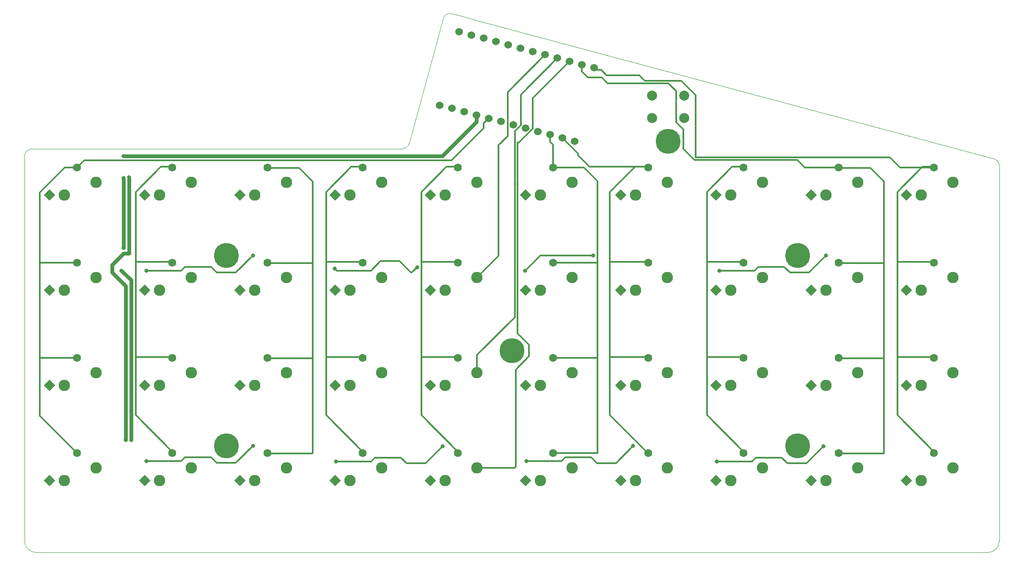
<source format=gtl>
G04 #@! TF.GenerationSoftware,KiCad,Pcbnew,6.0.7-f9a2dced07~116~ubuntu20.04.1*
G04 #@! TF.CreationDate,2022-09-22T19:19:26+08:00*
G04 #@! TF.ProjectId,V4,56342e6b-6963-4616-945f-706362585858,rev?*
G04 #@! TF.SameCoordinates,Original*
G04 #@! TF.FileFunction,Copper,L1,Top*
G04 #@! TF.FilePolarity,Positive*
%FSLAX46Y46*%
G04 Gerber Fmt 4.6, Leading zero omitted, Abs format (unit mm)*
G04 Created by KiCad (PCBNEW 6.0.7-f9a2dced07~116~ubuntu20.04.1) date 2022-09-22 19:19:26*
%MOMM*%
%LPD*%
G01*
G04 APERTURE LIST*
G04 Aperture macros list*
%AMRotRect*
0 Rectangle, with rotation*
0 The origin of the aperture is its center*
0 $1 length*
0 $2 width*
0 $3 Rotation angle, in degrees counterclockwise*
0 Add horizontal line*
21,1,$1,$2,0,0,$3*%
G04 Aperture macros list end*
G04 #@! TA.AperFunction,Profile*
%ADD10C,0.050000*%
G04 #@! TD*
G04 #@! TA.AperFunction,ComponentPad*
%ADD11C,2.286000*%
G04 #@! TD*
G04 #@! TA.AperFunction,WasherPad*
%ADD12C,5.000000*%
G04 #@! TD*
G04 #@! TA.AperFunction,ComponentPad*
%ADD13C,2.000000*%
G04 #@! TD*
G04 #@! TA.AperFunction,ComponentPad*
%ADD14RotRect,1.600000X1.600000X45.000000*%
G04 #@! TD*
G04 #@! TA.AperFunction,ComponentPad*
%ADD15C,1.600000*%
G04 #@! TD*
G04 #@! TA.AperFunction,ComponentPad*
%ADD16C,1.524000*%
G04 #@! TD*
G04 #@! TA.AperFunction,ViaPad*
%ADD17C,0.800000*%
G04 #@! TD*
G04 #@! TA.AperFunction,Conductor*
%ADD18C,0.300000*%
G04 #@! TD*
G04 #@! TA.AperFunction,Conductor*
%ADD19C,0.800000*%
G04 #@! TD*
G04 APERTURE END LIST*
D10*
X59436000Y-154686000D02*
X59436000Y-78486000D01*
X59436000Y-154686000D02*
G75*
G03*
X61722000Y-156972000I2286000J0D01*
G01*
X134962250Y-76200000D02*
X131178300Y-76200000D01*
X134962250Y-76200047D02*
G75*
G03*
X136434319Y-75070441I-50J1524047D01*
G01*
X60960000Y-76200000D02*
G75*
G03*
X59436000Y-77724000I0J-1524000D01*
G01*
X61722000Y-76200000D02*
X131178300Y-76200000D01*
X61722000Y-76200000D02*
X60960000Y-76200000D01*
X252222000Y-156972000D02*
X61722000Y-156972000D01*
X254507993Y-79667100D02*
G75*
G03*
X253365350Y-78179844I-1523993J11700D01*
G01*
X252222000Y-156972000D02*
G75*
G03*
X254508000Y-154686000I0J2286000D01*
G01*
X59436000Y-77724000D02*
X59436000Y-78486000D01*
X145016441Y-49147744D02*
X151738470Y-50953142D01*
X145016443Y-49147735D02*
G75*
G03*
X143149931Y-50225373I-394443J-1472065D01*
G01*
X254507999Y-79667100D02*
X254508000Y-154686000D01*
X151738470Y-50953142D02*
X253365350Y-78179844D01*
X143149931Y-50225373D02*
X136434319Y-75070441D01*
D11*
X226187000Y-140081000D03*
X219837000Y-142621000D03*
X226187001Y-101981000D03*
X219837001Y-104521000D03*
X149987000Y-101981000D03*
X143637000Y-104521000D03*
X245237000Y-140081000D03*
X238887000Y-142621000D03*
X130937000Y-82931000D03*
X124587000Y-85471000D03*
X130937000Y-121031000D03*
X124587000Y-123571000D03*
D12*
X188214000Y-74676000D03*
D11*
X130937000Y-140081000D03*
X124587000Y-142621000D03*
X188087000Y-82931000D03*
X181737000Y-85471000D03*
X188087000Y-101981000D03*
X181737000Y-104521000D03*
X207137000Y-82931000D03*
X200787000Y-85471000D03*
X149987000Y-121031000D03*
X143637000Y-123571000D03*
X111887001Y-101981000D03*
X105537001Y-104521000D03*
X245237000Y-121031000D03*
X238887000Y-123571000D03*
X92837000Y-121031001D03*
X86487000Y-123571001D03*
X111887000Y-140081000D03*
X105537000Y-142621000D03*
X111887000Y-82931000D03*
X105537000Y-85471000D03*
X92837000Y-140081000D03*
X86487000Y-142621000D03*
D12*
X214122000Y-97536000D03*
D11*
X245237000Y-82931000D03*
X238887000Y-85471000D03*
X169037000Y-121031000D03*
X162687000Y-123571000D03*
X149987000Y-82931000D03*
X143637000Y-85471000D03*
X149987000Y-140081000D03*
X143637000Y-142621000D03*
X92836999Y-101981000D03*
X86486999Y-104521000D03*
D12*
X214122000Y-135636000D03*
D11*
X169037000Y-140081000D03*
X162687000Y-142621000D03*
X188087000Y-140081000D03*
X181737000Y-142621000D03*
X130937000Y-101981000D03*
X124587000Y-104521000D03*
X92837000Y-82931000D03*
X86487000Y-85471000D03*
X207137000Y-140081000D03*
X200787000Y-142621000D03*
X245237000Y-101981000D03*
X238887000Y-104521000D03*
X169037000Y-101981000D03*
X162687000Y-104521000D03*
X169037000Y-82931000D03*
X162687000Y-85471000D03*
X207137000Y-121031001D03*
X200787000Y-123571001D03*
X111887000Y-121031001D03*
X105537000Y-123571001D03*
X226187000Y-121031001D03*
X219837000Y-123571001D03*
D12*
X156972000Y-116586000D03*
D11*
X73787000Y-140081000D03*
X67437000Y-142621000D03*
X226187000Y-82931000D03*
X219837000Y-85471000D03*
X73787000Y-82931000D03*
X67437000Y-85471000D03*
X207136999Y-101981000D03*
X200786999Y-104521000D03*
D12*
X99822000Y-97536000D03*
D11*
X188087000Y-121031000D03*
X181737000Y-123571000D03*
X73787000Y-121031000D03*
X67437000Y-123571000D03*
X73787000Y-101981000D03*
X67437000Y-104521000D03*
D13*
X184964000Y-70068000D03*
X191464000Y-70068000D03*
X184964000Y-65568000D03*
X191464000Y-65568000D03*
D12*
X99822000Y-135636000D03*
D14*
X159649284Y-104498716D03*
D15*
X165164716Y-98983284D03*
D14*
X235849284Y-85448715D03*
D15*
X241364716Y-79933283D03*
D14*
X197749284Y-123548715D03*
D15*
X203264716Y-118033283D03*
D14*
X64399284Y-123548715D03*
D15*
X69914716Y-118033283D03*
D14*
X159649283Y-85448715D03*
D15*
X165164715Y-79933283D03*
D14*
X64399284Y-104498716D03*
D15*
X69914716Y-98983284D03*
D14*
X216799284Y-104498715D03*
D15*
X222314716Y-98983283D03*
D14*
X140599284Y-104498715D03*
D15*
X146114716Y-98983283D03*
D14*
X235849284Y-104498715D03*
D15*
X241364716Y-98983283D03*
D14*
X121549284Y-123548715D03*
D15*
X127064716Y-118033283D03*
D14*
X83449285Y-85448715D03*
D15*
X88964717Y-79933283D03*
D14*
X178699284Y-104498716D03*
D15*
X184214716Y-98983284D03*
D14*
X121549284Y-85448715D03*
D15*
X127064716Y-79933283D03*
D14*
X102499284Y-85448715D03*
D15*
X108014716Y-79933283D03*
D14*
X102499284Y-104498715D03*
D15*
X108014716Y-98983283D03*
D14*
X121549284Y-104498715D03*
D15*
X127064716Y-98983283D03*
D14*
X235849284Y-142598716D03*
D15*
X241364716Y-137083284D03*
D14*
X83449284Y-104498716D03*
D15*
X88964716Y-98983284D03*
D14*
X216799283Y-123548715D03*
D15*
X222314715Y-118033283D03*
D14*
X197749284Y-104498716D03*
D15*
X203264716Y-98983284D03*
D14*
X121549284Y-142598716D03*
D15*
X127064716Y-137083284D03*
D14*
X197749284Y-142598715D03*
D15*
X203264716Y-137083283D03*
D14*
X83449284Y-123548715D03*
D15*
X88964716Y-118033283D03*
D14*
X159649284Y-123548715D03*
D15*
X165164716Y-118033283D03*
D14*
X102499284Y-142598715D03*
D15*
X108014716Y-137083283D03*
D14*
X235849284Y-123548715D03*
D15*
X241364716Y-118033283D03*
D14*
X216799284Y-85448715D03*
D15*
X222314716Y-79933283D03*
D14*
X159649284Y-142598715D03*
D15*
X165164716Y-137083283D03*
D14*
X140599284Y-123548715D03*
D15*
X146114716Y-118033283D03*
D14*
X216799283Y-142598715D03*
D15*
X222314715Y-137083283D03*
D14*
X102499284Y-123548715D03*
D15*
X108014716Y-118033283D03*
D14*
X178699284Y-142598715D03*
D15*
X184214716Y-137083283D03*
D14*
X140599284Y-85448715D03*
D15*
X146114716Y-79933283D03*
D14*
X178699284Y-123548715D03*
D15*
X184214716Y-118033283D03*
D14*
X178699284Y-85448716D03*
D15*
X184214716Y-79933284D03*
D14*
X64399284Y-142598715D03*
D15*
X69914716Y-137083283D03*
D14*
X197749284Y-85448715D03*
D15*
X203264716Y-79933283D03*
D14*
X140599284Y-142598715D03*
D15*
X146114716Y-137083283D03*
D14*
X64399283Y-85448715D03*
D15*
X69914715Y-79933283D03*
D14*
X83449284Y-142598715D03*
D15*
X88964716Y-137083283D03*
D16*
X146435236Y-52757397D03*
X148888688Y-53414797D03*
X151342139Y-54072199D03*
X153795590Y-54729598D03*
X156249043Y-55386999D03*
X158702494Y-56044399D03*
X161155946Y-56701799D03*
X163609398Y-57359200D03*
X166062850Y-58016600D03*
X168516300Y-58674000D03*
X170969752Y-59331401D03*
X173423204Y-59988801D03*
X169483978Y-74690191D03*
X167030527Y-74032792D03*
X164577075Y-73375390D03*
X162123622Y-72717991D03*
X159670173Y-72060591D03*
X157216720Y-71403190D03*
X154763269Y-70745790D03*
X152309817Y-70088389D03*
X149856365Y-69430989D03*
X147402913Y-68773589D03*
X144949462Y-68116188D03*
X142496012Y-67458788D03*
D17*
X198501000Y-100584000D03*
X219837000Y-97536000D03*
X159639000Y-100584000D03*
X173267500Y-97536000D03*
X121539000Y-100212500D03*
X137986641Y-99918500D03*
X105156000Y-97536000D03*
X83820000Y-100584000D03*
X83820000Y-138684000D03*
X105156000Y-135636000D03*
X121798000Y-138747000D03*
X143134000Y-135699000D03*
X159885916Y-138722171D03*
X181221916Y-135674171D03*
X197998000Y-138747000D03*
X219334000Y-135699000D03*
X78867000Y-100584000D03*
X80772000Y-134493000D03*
X79248000Y-82081000D03*
X79248000Y-77636000D03*
X79291500Y-96055000D03*
X80391000Y-97155000D03*
X80391000Y-81915000D03*
X79672000Y-134493000D03*
D18*
X62484000Y-99060000D02*
X62484000Y-118110000D01*
X69914715Y-79933283D02*
X71361998Y-78486000D01*
X62484000Y-84963000D02*
X62484000Y-99060000D01*
X67513717Y-79933283D02*
X62484000Y-84963000D01*
X69914716Y-98983284D02*
X62560716Y-98983284D01*
X69914716Y-118033283D02*
X62560717Y-118033283D01*
X69914715Y-79933283D02*
X67513717Y-79933283D01*
X62484000Y-118110000D02*
X62484000Y-129652567D01*
X62560717Y-118033283D02*
X62484000Y-118110000D01*
X71361998Y-78486000D02*
X144856000Y-78486000D01*
X62560716Y-98983284D02*
X62484000Y-99060000D01*
X151319621Y-71078585D02*
X152309817Y-70088389D01*
X144860000Y-78490000D02*
X151319621Y-72030379D01*
X62484000Y-129652567D02*
X69914716Y-137083283D01*
X151319621Y-72030379D02*
X151319621Y-71078585D01*
X144856000Y-78486000D02*
X144860000Y-78490000D01*
X86715858Y-79781141D02*
X81686141Y-84810858D01*
X81686141Y-117957858D02*
X81686141Y-129500425D01*
X89116857Y-117881141D02*
X81762858Y-117881141D01*
X81762857Y-98831142D02*
X81686141Y-98907858D01*
X81686141Y-98907858D02*
X81686141Y-117957858D01*
X81686141Y-84810858D02*
X81686141Y-98907858D01*
X81686141Y-129500425D02*
X89116857Y-136931141D01*
X89116856Y-79781141D02*
X86715858Y-79781141D01*
X81762858Y-117881141D02*
X81686141Y-117957858D01*
X89116857Y-98831142D02*
X81762857Y-98831142D01*
X117100001Y-99136717D02*
X117100001Y-118186717D01*
X117023284Y-137160000D02*
X108147717Y-137160000D01*
X117100001Y-118186717D02*
X117100001Y-137083283D01*
X108147717Y-118110000D02*
X117023284Y-118110000D01*
X117100001Y-82753717D02*
X117100001Y-99136717D01*
X108147717Y-99060001D02*
X117023285Y-99060001D01*
X117100001Y-137083283D02*
X117023284Y-137160000D01*
X117023284Y-118110000D02*
X117100001Y-118186717D01*
X114356284Y-80010000D02*
X117100001Y-82753717D01*
X108147716Y-80010000D02*
X114356284Y-80010000D01*
X117023285Y-99060001D02*
X117100001Y-99136717D01*
X119786141Y-98907858D02*
X119786141Y-117957858D01*
X124815858Y-79781141D02*
X119786141Y-84810858D01*
X119862858Y-117881141D02*
X119786141Y-117957858D01*
X127216857Y-117881141D02*
X119862858Y-117881141D01*
X127216856Y-79781141D02*
X124815858Y-79781141D01*
X119786141Y-84810858D02*
X119786141Y-98907858D01*
X119786141Y-129500425D02*
X127216857Y-136931141D01*
X127216857Y-98831142D02*
X119862857Y-98831142D01*
X119786141Y-117957858D02*
X119786141Y-129500425D01*
X119862857Y-98831142D02*
X119786141Y-98907858D01*
X146266856Y-79781141D02*
X143865858Y-79781141D01*
X138836141Y-129500425D02*
X146266857Y-136931141D01*
X146266857Y-117881141D02*
X138912858Y-117881141D01*
X138836141Y-84810858D02*
X138836141Y-98907858D01*
X138836141Y-117957858D02*
X138836141Y-129500425D01*
X138836141Y-98907858D02*
X138836141Y-117957858D01*
X146266857Y-98831142D02*
X138912857Y-98831142D01*
X138912857Y-98831142D02*
X138836141Y-98907858D01*
X143865858Y-79781141D02*
X138836141Y-84810858D01*
X138912858Y-117881141D02*
X138836141Y-117957858D01*
X165164715Y-79933283D02*
X171373283Y-79933283D01*
X174117000Y-118110000D02*
X174117000Y-137006566D01*
X174117000Y-99060000D02*
X174117000Y-118110000D01*
X165164716Y-118033283D02*
X174040283Y-118033283D01*
X165164716Y-98983284D02*
X174040284Y-98983284D01*
X174117000Y-137006566D02*
X174040283Y-137083283D01*
X174040283Y-118033283D02*
X174117000Y-118110000D01*
X174117000Y-82677000D02*
X174117000Y-99060000D01*
X174040283Y-137083283D02*
X165164716Y-137083283D01*
X165164715Y-79933283D02*
X165164715Y-75399492D01*
X165164715Y-75399492D02*
X164577075Y-74811852D01*
X174040284Y-98983284D02*
X174117000Y-99060000D01*
X171373283Y-79933283D02*
X174117000Y-82677000D01*
X164577075Y-74811852D02*
X164577075Y-73375390D01*
X183985857Y-98831142D02*
X176631857Y-98831142D01*
X176555141Y-98907858D02*
X176555141Y-117957858D01*
X176631857Y-98831142D02*
X176555141Y-98907858D01*
X176555141Y-117957858D02*
X176555141Y-129500425D01*
X176631858Y-117881141D02*
X176555141Y-117957858D01*
X181584858Y-79781141D02*
X176555141Y-84810858D01*
X183985856Y-79781141D02*
X181584858Y-79781141D01*
X170154600Y-77457300D02*
X170154600Y-77156865D01*
X170154600Y-77156865D02*
X167030527Y-74032792D01*
X181584858Y-79781141D02*
X172478441Y-79781141D01*
X176555141Y-129500425D02*
X183985857Y-136931141D01*
X172478441Y-79781141D02*
X170154600Y-77457300D01*
X183985857Y-117881141D02*
X176631858Y-117881141D01*
X176555141Y-84810858D02*
X176555141Y-98907858D01*
X203416857Y-117881141D02*
X196062858Y-117881141D01*
X196062857Y-98831142D02*
X195986141Y-98907858D01*
X203416856Y-79781141D02*
X201015858Y-79781141D01*
X195986141Y-84810858D02*
X195986141Y-98907858D01*
X195986141Y-129500425D02*
X203416857Y-136931141D01*
X195986141Y-117957858D02*
X195986141Y-129500425D01*
X195986141Y-98907858D02*
X195986141Y-117957858D01*
X203416857Y-98831142D02*
X196062857Y-98831142D01*
X196062858Y-117881141D02*
X195986141Y-117957858D01*
X201015858Y-79781141D02*
X195986141Y-84810858D01*
X222447716Y-80010000D02*
X228656284Y-80010000D01*
X231400001Y-137083283D02*
X231323284Y-137160000D01*
X215569283Y-79933283D02*
X214022000Y-78386000D01*
X189820000Y-70870000D02*
X189820000Y-64650000D01*
X191280000Y-76210000D02*
X191280000Y-72330000D01*
X174900000Y-61870000D02*
X172096386Y-61870000D01*
X231323285Y-99060001D02*
X231400001Y-99136717D01*
X231400001Y-99136717D02*
X231400001Y-118186717D01*
X231400001Y-118186717D02*
X231400001Y-137083283D01*
X231323284Y-137160000D02*
X222447717Y-137160000D01*
X231323284Y-118110000D02*
X231400001Y-118186717D01*
X214022000Y-78386000D02*
X193456000Y-78386000D01*
X222447717Y-99060001D02*
X231323285Y-99060001D01*
X189820000Y-64650000D02*
X188260000Y-63090000D01*
X172096386Y-61870000D02*
X170969752Y-60743366D01*
X228656284Y-80010000D02*
X231400001Y-82753717D01*
X231400001Y-82753717D02*
X231400001Y-99136717D01*
X170969752Y-60743366D02*
X170969752Y-59331401D01*
X222447717Y-118110000D02*
X231323284Y-118110000D01*
X191280000Y-72330000D02*
X189820000Y-70870000D01*
X222314716Y-79933283D02*
X215569283Y-79933283D01*
X193456000Y-78386000D02*
X191280000Y-76210000D01*
X176120000Y-63090000D02*
X174900000Y-61870000D01*
X188260000Y-63090000D02*
X176120000Y-63090000D01*
X190860000Y-62580000D02*
X183580000Y-62580000D01*
X183580000Y-62580000D02*
X182470000Y-61470000D01*
X174805747Y-60415747D02*
X173850150Y-60415747D01*
X234162858Y-117881141D02*
X234086141Y-117957858D01*
X175860000Y-61470000D02*
X174805747Y-60415747D01*
X241516856Y-79781141D02*
X239115858Y-79781141D01*
X234162857Y-98831142D02*
X234086141Y-98907858D01*
X234086141Y-117957858D02*
X234086141Y-129500425D01*
X182470000Y-61470000D02*
X175860000Y-61470000D01*
X234086141Y-84810858D02*
X234086141Y-98907858D01*
X241516857Y-117881141D02*
X234162858Y-117881141D01*
X193710000Y-77886000D02*
X193710000Y-65430000D01*
X239115858Y-79781141D02*
X234086141Y-84810858D01*
X234619283Y-79933283D02*
X232572000Y-77886000D01*
X234086141Y-129500425D02*
X241516857Y-136931141D01*
X232572000Y-77886000D02*
X193710000Y-77886000D01*
X241516857Y-98831142D02*
X234162857Y-98831142D01*
X234086141Y-98907858D02*
X234086141Y-117957858D01*
X241364716Y-79933283D02*
X234619283Y-79933283D01*
X193710000Y-65430000D02*
X190860000Y-62580000D01*
X173850150Y-60415747D02*
X173423204Y-59988801D01*
X156104720Y-64863878D02*
X163609398Y-57359200D01*
X154305000Y-97663000D02*
X154305000Y-75445000D01*
X156104720Y-73645280D02*
X156104720Y-64863878D01*
X149987000Y-101981000D02*
X154305000Y-97663000D01*
X154305000Y-75445000D02*
X156104720Y-73645280D01*
X157543500Y-109918500D02*
X157543500Y-83248500D01*
X157543500Y-72649016D02*
X158724600Y-71467916D01*
X158724600Y-65354850D02*
X166062850Y-58016600D01*
X158724600Y-71467916D02*
X158724600Y-65354850D01*
X149987000Y-121031000D02*
X149987000Y-117475000D01*
X157543500Y-83248500D02*
X157500000Y-83205000D01*
X149987000Y-117475000D02*
X157543500Y-109918500D01*
X157543500Y-83248500D02*
X157543500Y-72649016D01*
X149987000Y-140081000D02*
X157480000Y-140081000D01*
X158067913Y-74962087D02*
X158341283Y-74962087D01*
X160401000Y-117729000D02*
X160401000Y-115443000D01*
X161124900Y-66065400D02*
X168516300Y-58674000D01*
X158067913Y-113109913D02*
X158067913Y-74962087D01*
X157480000Y-140081000D02*
X157734000Y-139827000D01*
X160401000Y-115443000D02*
X158067913Y-113109913D01*
X157734000Y-120396000D02*
X160401000Y-117729000D01*
X157734000Y-139827000D02*
X157734000Y-120396000D01*
X158341283Y-74962087D02*
X161124900Y-72178470D01*
X161124900Y-72178470D02*
X161124900Y-66065400D01*
X198501000Y-100584000D02*
X205466297Y-100584000D01*
X212598000Y-100965000D02*
X216408000Y-100965000D01*
X205466297Y-100584000D02*
X206228297Y-99822000D01*
X216408000Y-100965000D02*
X219837000Y-97536000D01*
X206228297Y-99822000D02*
X211455000Y-99822000D01*
X211455000Y-99822000D02*
X212598000Y-100965000D01*
X162687000Y-97536000D02*
X173267500Y-97536000D01*
X159639000Y-100584000D02*
X162687000Y-97536000D01*
X121539000Y-100212500D02*
X121910500Y-100584000D01*
X136779000Y-100965000D02*
X136940141Y-100965000D01*
X128778000Y-100584000D02*
X130683000Y-98679000D01*
X134493000Y-98679000D02*
X136779000Y-100965000D01*
X130683000Y-98679000D02*
X134493000Y-98679000D01*
X136940141Y-100965000D02*
X137986641Y-99918500D01*
X121910500Y-100584000D02*
X128778000Y-100584000D01*
X90785297Y-100584000D02*
X91547297Y-99822000D01*
X96774000Y-99822000D02*
X97917000Y-100965000D01*
X91547297Y-99822000D02*
X96774000Y-99822000D01*
X83820000Y-100584000D02*
X90785297Y-100584000D01*
X97917000Y-100965000D02*
X101727000Y-100965000D01*
X101727000Y-100965000D02*
X105156000Y-97536000D01*
X101727000Y-139065000D02*
X105156000Y-135636000D01*
X90785297Y-138684000D02*
X91547297Y-137922000D01*
X96774000Y-137922000D02*
X97917000Y-139065000D01*
X97917000Y-139065000D02*
X101727000Y-139065000D01*
X83820000Y-138684000D02*
X90785297Y-138684000D01*
X91547297Y-137922000D02*
X96774000Y-137922000D01*
X129525297Y-137985000D02*
X134752000Y-137985000D01*
X134752000Y-137985000D02*
X135895000Y-139128000D01*
X128763297Y-138747000D02*
X129525297Y-137985000D01*
X139705000Y-139128000D02*
X143134000Y-135699000D01*
X135895000Y-139128000D02*
X139705000Y-139128000D01*
X121798000Y-138747000D02*
X128763297Y-138747000D01*
X167613213Y-137960171D02*
X172839916Y-137960171D01*
X166851213Y-138722171D02*
X167613213Y-137960171D01*
X177792916Y-139103171D02*
X181221916Y-135674171D01*
X173982916Y-139103171D02*
X177792916Y-139103171D01*
X172839916Y-137960171D02*
X173982916Y-139103171D01*
X159885916Y-138722171D02*
X166851213Y-138722171D01*
X204963297Y-138747000D02*
X205725297Y-137985000D01*
X205725297Y-137985000D02*
X210952000Y-137985000D01*
X212095000Y-139128000D02*
X215905000Y-139128000D01*
X215905000Y-139128000D02*
X219334000Y-135699000D01*
X210952000Y-137985000D02*
X212095000Y-139128000D01*
X197998000Y-138747000D02*
X204963297Y-138747000D01*
D19*
X78867000Y-100584000D02*
X80772000Y-102489000D01*
X149856365Y-70773635D02*
X149856365Y-69430989D01*
X142994000Y-77636000D02*
X149856365Y-70773635D01*
X79248000Y-77636000D02*
X142994000Y-77636000D01*
X79248000Y-96011500D02*
X79291500Y-96055000D01*
X80772000Y-102489000D02*
X80772000Y-134493000D01*
X79248000Y-82081000D02*
X79248000Y-96011500D01*
X76962000Y-100965000D02*
X76962000Y-99441000D01*
X78867000Y-97536000D02*
X79248000Y-97155000D01*
X76962000Y-99441000D02*
X78867000Y-97536000D01*
X79672000Y-104394000D02*
X79672000Y-103675000D01*
X79672000Y-103675000D02*
X76962000Y-100965000D01*
X79672000Y-134493000D02*
X79672000Y-104394000D01*
X79248000Y-97155000D02*
X80391000Y-97155000D01*
X80391000Y-81915000D02*
X80391000Y-97155000D01*
M02*

</source>
